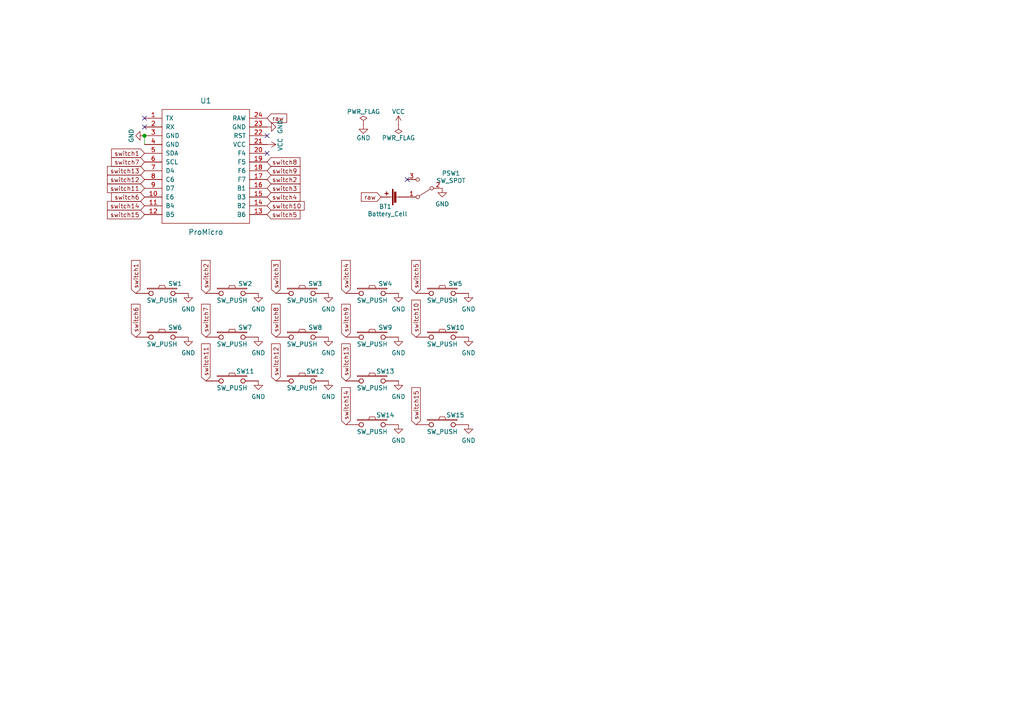
<source format=kicad_sch>
(kicad_sch (version 20211123) (generator eeschema)
  (paper "A4")
  (title_block (title "catskull") (date "2022-01-03") (rev "0.1") (company "<3"))
  (lib_symbols
    (symbol "Device:Battery_Cell" (pin_numbers hide) (pin_names (offset 0) hide)
      (property "Reference" "BT" (at 2.54 2.54 0))
      (property "Value" "Battery_Cell" (at 2.54 0 0))
      (symbol "Battery_Cell_0_1"
        (rectangle (start -2.286 1.778) (end 2.286 1.524) (fill (type outline)))
        (rectangle (start -1.5748 1.1938) (end 1.4732 0.6858) (fill (type outline)))
        (polyline (pts (xy 0 0.762) (xy 0 0)))
        (polyline (pts (xy 0 1.778) (xy 0 2.54)))
        (polyline (pts (xy 0.508 3.429) (xy 1.524 3.429)) (stroke (width 0.254)))
        (polyline (pts (xy 1.016 3.937) (xy 1.016 2.921)) (stroke (width 0.254)))
      )
      (symbol "Battery_Cell_1_1"
        (pin passive line (at 0 5.08 270) (length 2.54) (name "+") (number "1"))
        (pin passive line (at 0 -2.54 90) (length 2.54) (name "-") (number "2"))
      )
    )
    (symbol "Switch:SW_SPDT" (pin_names (offset 0) hide)
      (property "Reference" "SW" (at 0 4.318 0))
      (property "Value" "SW_SPDT" (at 0 -5.08 0))
      (symbol "SW_SPDT_0_0"
        (circle (center -2.032 0) (radius 0.508))
        (circle (center 2.032 -2.54) (radius 0.508))
      )
      (symbol "SW_SPDT_0_1"
        (polyline (pts (xy -1.524 0.254) (xy 1.651 2.286)))
        (circle (center 2.032 2.54) (radius 0.508))
      )
      (symbol "SW_SPDT_1_1"
        (pin passive line (at 5.08 2.54 180) (length 2.54) (name "A") (number "1"))
        (pin passive line (at -5.08 0 0) (length 2.54) (name "B") (number "2"))
        (pin passive line (at 5.08 -2.54 180) (length 2.54) (name "C") (number "3"))
      )
    )
    (symbol "bugs:ProMicro-kbd" (pin_names (offset 1.016))
      (property "Reference" "U" (at 0 24.13 0))
      (property "Value" "ProMicro-kbd" (at 0 -13.97 0))
      (symbol "ProMicro-kbd_0_1"
        (rectangle (start -12.7 21.59) (end 12.7 -11.43))
      )
      (symbol "ProMicro-kbd_1_1"
        (pin bidirectional line (at -17.78 19.05 0) (length 5.08) (name "TX") (number "1"))
        (pin bidirectional line (at -17.78 -3.81 0) (length 5.08) (name "E6") (number "10"))
        (pin bidirectional line (at -17.78 -6.35 0) (length 5.08) (name "B4") (number "11"))
        (pin bidirectional line (at -17.78 -8.89 0) (length 5.08) (name "B5") (number "12"))
        (pin bidirectional line (at 17.78 -8.89 180) (length 5.08) (name "B6") (number "13"))
        (pin bidirectional line (at 17.78 -6.35 180) (length 5.08) (name "B2") (number "14"))
        (pin bidirectional line (at 17.78 -3.81 180) (length 5.08) (name "B3") (number "15"))
        (pin bidirectional line (at 17.78 -1.27 180) (length 5.08) (name "B1") (number "16"))
        (pin bidirectional line (at 17.78 1.27 180) (length 5.08) (name "F7") (number "17"))
        (pin bidirectional line (at 17.78 3.81 180) (length 5.08) (name "F6") (number "18"))
        (pin bidirectional line (at 17.78 6.35 180) (length 5.08) (name "F5") (number "19"))
        (pin bidirectional line (at -17.78 16.51 0) (length 5.08) (name "RX") (number "2"))
        (pin bidirectional line (at 17.78 8.89 180) (length 5.08) (name "F4") (number "20"))
        (pin power_in line (at 17.78 11.43 180) (length 5.08) (name "VCC") (number "21"))
        (pin input line (at 17.78 13.97 180) (length 5.08) (name "RST") (number "22"))
        (pin power_in line (at 17.78 16.51 180) (length 5.08) (name "GND") (number "23"))
        (pin power_out line (at 17.78 19.05 180) (length 5.08) (name "RAW") (number "24"))
        (pin power_in line (at -17.78 13.97 0) (length 5.08) (name "GND") (number "3"))
        (pin power_in line (at -17.78 11.43 0) (length 5.08) (name "GND") (number "4"))
        (pin bidirectional line (at -17.78 8.89 0) (length 5.08) (name "SDA") (number "5"))
        (pin bidirectional line (at -17.78 6.35 0) (length 5.08) (name "SCL") (number "6"))
        (pin bidirectional line (at -17.78 3.81 0) (length 5.08) (name "D4") (number "7"))
        (pin bidirectional line (at -17.78 1.27 0) (length 5.08) (name "C6") (number "8"))
        (pin bidirectional line (at -17.78 -1.27 0) (length 5.08) (name "D7") (number "9"))
      )
    )
    (symbol "bugs:SW_PUSH-kbd" (pin_numbers hide) (pin_names (offset 1.016) hide)
      (property "Reference" "SW" (at 3.81 2.794 0))
      (property "Value" "SW_PUSH-kbd" (at 0 -2.032 0))
      (symbol "SW_PUSH-kbd_0_1"
        (rectangle (start -4.318 1.27) (end 4.318 1.524))
        (polyline (pts (xy -1.016 1.524) (xy -0.762 2.286) (xy 0.762 2.286) (xy 1.016 1.524)))
        (pin passive inverted (at -7.62 0 0) (length 5.08) (name "1") (number "1"))
        (pin passive inverted (at 7.62 0 180) (length 5.08) (name "2") (number "2"))
      )
    )
    (symbol "knott:SW_PUSH-kbd" (pin_numbers hide) (pin_names (offset 1.016) hide)
      (property "Reference" "SW" (at 3.81 2.794 0))
      (property "Value" "SW_PUSH-kbd" (at 0 -2.032 0))
      (symbol "SW_PUSH-kbd_0_1"
        (rectangle (start -4.318 1.27) (end 4.318 1.524))
        (polyline (pts (xy -1.016 1.524) (xy -0.762 2.286) (xy 0.762 2.286) (xy 1.016 1.524)))
        (pin passive inverted (at -7.62 0 0) (length 5.08) (name "1") (number "1"))
        (pin passive inverted (at 7.62 0 180) (length 5.08) (name "2") (number "2"))
      )
    )
    (symbol "power:GND" (power) (pin_names (offset 0))
      (property "Value" "GND" (at 0 -3.81 0))
      (symbol "GND_0_1"
        (polyline (pts (xy 0 0) (xy 0 -1.27) (xy 1.27 -1.27) (xy 0 -2.54) (xy -1.27 -1.27) (xy 0 -1.27)))
      )
      (symbol "GND_1_1"
        (pin power_in line (at 0 0 270) (length 0) hide (name "GND") (number "1"))
      )
    )
    (symbol "power:PWR_FLAG" (power) (pin_numbers hide) (pin_names (offset 0) hide)
      (property "Value" "PWR_FLAG" (at 0 3.81 0))
      (symbol "PWR_FLAG_0_0"
        (pin power_out line (at 0 0 90) (length 0) (name "pwr") (number "1"))
      )
      (symbol "PWR_FLAG_0_1"
        (polyline (pts (xy 0 0) (xy 0 1.27) (xy -1.016 1.905) (xy 0 2.54) (xy 1.016 1.905) (xy 0 1.27)))
      )
    )
    (symbol "power:VCC" (power) (pin_names (offset 0))
      (property "Value" "VCC" (at 0 3.81 0))
      (symbol "VCC_0_1"
        (polyline (pts (xy -0.762 1.27) (xy 0 2.54)))
        (polyline (pts (xy 0 0) (xy 0 2.54)))
        (polyline (pts (xy 0 2.54) (xy 0.762 1.27)))
      )
      (symbol "VCC_1_1"
        (pin power_in line (at 0 0 90) (length 0) hide (name "VCC") (number "1"))
      )
    )
  )
  (junction (at 41.91 39.37) (diameter 1.016))
  (no_connect (at 118.11 52.07))
  (no_connect (at 41.91 34.29))
  (no_connect (at 41.91 36.83))
  (no_connect (at 77.47 44.45))
  (no_connect (at 77.47 39.37))
  (wire (pts (xy 41.91 39.37) (xy 41.91 41.91)))
  (global_label "switch4" (shape input) (at 77.47 57.15 0) (property "Intersheet References" "${INTERSHEET_REFS}" (effects hide)))
  (global_label "switch11" (shape input) (at 59.69 110.49 90) (property "Intersheet References" "${INTERSHEET_REFS}" (effects hide)))
  (global_label "switch5" (shape input) (at 77.47 62.23 0) (property "Intersheet References" "${INTERSHEET_REFS}" (effects hide)))
  (global_label "switch12" (shape input) (at 41.91 52.07 180) (property "Intersheet References" "${INTERSHEET_REFS}" (effects hide)))
  (global_label "switch11" (shape input) (at 41.91 54.61 180) (property "Intersheet References" "${INTERSHEET_REFS}" (effects hide)))
  (global_label "switch12" (shape input) (at 80.01 110.49 90) (property "Intersheet References" "${INTERSHEET_REFS}" (effects hide)))
  (global_label "switch13" (shape input) (at 100.33 110.49 90) (property "Intersheet References" "${INTERSHEET_REFS}" (effects hide)))
  (global_label "switch7" (shape input) (at 59.69 97.79 90) (property "Intersheet References" "${INTERSHEET_REFS}" (effects hide)))
  (global_label "switch10" (shape input) (at 77.47 59.69 0) (property "Intersheet References" "${INTERSHEET_REFS}" (effects hide)))
  (global_label "raw" (shape input) (at 77.47 34.29 0) (property "Intersheet References" "${INTERSHEET_REFS}" (effects hide)))
  (global_label "switch7" (shape input) (at 41.91 46.99 180) (property "Intersheet References" "${INTERSHEET_REFS}" (effects hide)))
  (global_label "switch13" (shape input) (at 41.91 49.53 180) (property "Intersheet References" "${INTERSHEET_REFS}" (effects hide)))
  (global_label "switch15" (shape input) (at 41.91 62.23 180) (property "Intersheet References" "${INTERSHEET_REFS}" (effects hide)))
  (global_label "switch9" (shape input) (at 100.33 97.79 90) (property "Intersheet References" "${INTERSHEET_REFS}" (effects hide)))
  (global_label "switch14" (shape input) (at 41.91 59.69 180) (property "Intersheet References" "${INTERSHEET_REFS}" (effects hide)))
  (global_label "switch1" (shape input) (at 39.37 85.09 90) (property "Intersheet References" "${INTERSHEET_REFS}" (effects hide)))
  (global_label "switch14" (shape input) (at 100.33 123.19 90) (property "Intersheet References" "${INTERSHEET_REFS}" (effects hide)))
  (global_label "switch15" (shape input) (at 120.65 123.19 90) (property "Intersheet References" "${INTERSHEET_REFS}" (effects hide)))
  (global_label "switch3" (shape input) (at 80.01 85.09 90) (property "Intersheet References" "${INTERSHEET_REFS}" (effects hide)))
  (global_label "raw" (shape input) (at 110.49 57.15 180) (property "Intersheet References" "${INTERSHEET_REFS}" (effects hide)))
  (global_label "switch9" (shape input) (at 77.47 49.53 0) (property "Intersheet References" "${INTERSHEET_REFS}" (effects hide)))
  (global_label "switch8" (shape input) (at 80.01 97.79 90) (property "Intersheet References" "${INTERSHEET_REFS}" (effects hide)))
  (global_label "switch5" (shape input) (at 120.65 85.09 90) (property "Intersheet References" "${INTERSHEET_REFS}" (effects hide)))
  (global_label "switch3" (shape input) (at 77.47 54.61 0) (property "Intersheet References" "${INTERSHEET_REFS}" (effects hide)))
  (global_label "switch8" (shape input) (at 77.47 46.99 0) (property "Intersheet References" "${INTERSHEET_REFS}" (effects hide)))
  (global_label "switch2" (shape input) (at 59.69 85.09 90) (property "Intersheet References" "${INTERSHEET_REFS}" (effects hide)))
  (global_label "switch6" (shape input) (at 39.37 97.79 90) (property "Intersheet References" "${INTERSHEET_REFS}" (effects hide)))
  (global_label "switch1" (shape input) (at 41.91 44.45 180) (property "Intersheet References" "${INTERSHEET_REFS}" (effects hide)))
  (global_label "switch6" (shape input) (at 41.91 57.15 180) (property "Intersheet References" "${INTERSHEET_REFS}" (effects hide)))
  (global_label "switch4" (shape input) (at 100.33 85.09 90) (property "Intersheet References" "${INTERSHEET_REFS}" (effects hide)))
  (global_label "switch10" (shape input) (at 120.65 97.79 90) (property "Intersheet References" "${INTERSHEET_REFS}" (effects hide)))
  (global_label "switch2" (shape input) (at 77.47 52.07 0) (property "Intersheet References" "${INTERSHEET_REFS}" (effects hide)))
  (symbol (lib_id "bugs:ProMicro-kbd") (at 59.69 53.34 0) (unit 1)
    (property "Reference" "U1" (at 59.69 29.21 0) (effects (font (size 1.524 1.524))))
    (property "Value" "ProMicro" (at 59.69 67.31 0) (effects (font (size 1.524 1.524))))
    (property "Footprint" "bugs:ProMicro_jumpers" (effects hide))
  )
  (symbol (lib_id "bugs:SW_PUSH-kbd") (at 46.99 85.09 0) (unit 1)
    (property "Reference" "SW1" (at 50.8 82.296 0))
    (property "Value" "SW_PUSH" (at 46.99 87.122 0))
    (property "Footprint" "bugs:Choc_reversible" (effects hide))
  )
  (symbol (lib_id "knott:SW_PUSH-kbd") (at 67.31 85.09 0) (unit 1)
    (property "Reference" "SW2" (at 71.12 82.296 0))
    (property "Value" "SW_PUSH" (at 67.31 87.122 0))
    (property "Footprint" "bugs:Choc_reversible" (effects hide))
  )
  (symbol (lib_id "knott:SW_PUSH-kbd") (at 87.63 85.09 0) (unit 1)
    (property "Reference" "SW3" (at 91.44 82.296 0))
    (property "Value" "SW_PUSH" (at 87.63 87.122 0))
    (property "Footprint" "bugs:Choc_reversible" (effects hide))
  )
  (symbol (lib_id "knott:SW_PUSH-kbd") (at 107.95 85.09 0) (unit 1)
    (property "Reference" "SW4" (at 111.76 82.296 0))
    (property "Value" "SW_PUSH" (at 107.95 87.122 0))
    (property "Footprint" "bugs:Choc_reversible" (effects hide))
  )
  (symbol (lib_id "knott:SW_PUSH-kbd") (at 128.27 85.09 0) (unit 1)
    (property "Reference" "SW5" (at 132.08 82.296 0))
    (property "Value" "SW_PUSH" (at 128.27 87.122 0))
    (property "Footprint" "bugs:Choc_reversible" (effects hide))
  )
  (symbol (lib_id "knott:SW_PUSH-kbd") (at 46.99 97.79 0) (unit 1)
    (property "Reference" "SW6" (at 50.8 94.996 0))
    (property "Value" "SW_PUSH" (at 46.99 99.822 0))
    (property "Footprint" "bugs:Choc_reversible" (effects hide))
  )
  (symbol (lib_id "knott:SW_PUSH-kbd") (at 67.31 97.79 0) (unit 1)
    (property "Reference" "SW7" (at 71.12 94.996 0))
    (property "Value" "SW_PUSH" (at 67.31 99.822 0))
    (property "Footprint" "bugs:Choc_reversible" (effects hide))
  )
  (symbol (lib_id "knott:SW_PUSH-kbd") (at 87.63 97.79 0) (unit 1)
    (property "Reference" "SW8" (at 91.44 94.996 0))
    (property "Value" "SW_PUSH" (at 87.63 99.822 0))
    (property "Footprint" "bugs:Choc_reversible" (effects hide))
  )
  (symbol (lib_id "knott:SW_PUSH-kbd") (at 107.95 97.79 0) (unit 1)
    (property "Reference" "SW9" (at 111.76 94.996 0))
    (property "Value" "SW_PUSH" (at 107.95 99.822 0))
    (property "Footprint" "bugs:Choc_reversible" (effects hide))
  )
  (symbol (lib_id "knott:SW_PUSH-kbd") (at 128.27 97.79 0) (unit 1)
    (property "Reference" "SW10" (at 132.08 94.996 0))
    (property "Value" "SW_PUSH" (at 128.27 99.822 0))
    (property "Footprint" "bugs:Choc_reversible" (effects hide))
  )
  (symbol (lib_id "knott:SW_PUSH-kbd") (at 67.31 110.49 0) (unit 1)
    (property "Reference" "SW11" (at 71.12 107.696 0))
    (property "Value" "SW_PUSH" (at 67.31 112.522 0))
    (property "Footprint" "bugs:Choc_reversible" (effects hide))
  )
  (symbol (lib_id "knott:SW_PUSH-kbd") (at 87.63 110.49 0) (unit 1)
    (property "Reference" "SW12" (at 91.44 107.696 0))
    (property "Value" "SW_PUSH" (at 87.63 112.522 0))
    (property "Footprint" "bugs:Choc_reversible" (effects hide))
  )
  (symbol (lib_id "knott:SW_PUSH-kbd") (at 107.95 110.49 0) (unit 1)
    (property "Reference" "SW13" (at 111.76 107.696 0))
    (property "Value" "SW_PUSH" (at 107.95 112.522 0))
    (property "Footprint" "bugs:Choc_reversible" (effects hide))
  )
  (symbol (lib_id "knott:SW_PUSH-kbd") (at 107.95 123.19 0) (unit 1)
    (property "Reference" "SW14" (at 111.76 120.396 0))
    (property "Value" "SW_PUSH" (at 107.95 125.222 0))
    (property "Footprint" "bugs:Choc_reversible" (effects hide))
  )
  (symbol (lib_id "knott:SW_PUSH-kbd") (at 128.27 123.19 0) (unit 1)
    (property "Reference" "SW15" (at 132.08 120.396 0))
    (property "Value" "SW_PUSH" (at 128.27 125.222 0))
    (property "Footprint" "bugs:Choc_reversible" (effects hide))
  )
  (symbol (lib_id "power:GND") (at 77.47 36.83 90) (unit 1)
    (property "Reference" "#PWR01" (effects hide))
    (property "Value" "GND" (at 81.28 36.83 0))
  )
  (symbol (lib_id "power:VCC") (at 77.47 41.91 270) (unit 1)
    (property "Reference" "#PWR023" (effects hide))
    (property "Value" "VCC" (at 81.28 41.91 0))
  )
  (symbol (lib_id "power:GND") (at 41.91 39.37 270) (unit 1)
    (property "Reference" "#PWR02" (effects hide))
    (property "Value" "GND" (at 38.1 39.37 0))
  )
  (symbol (lib_id "power:GND") (at 105.41 36.195 0) (unit 1)
    (property "Reference" "#PWR03" (effects hide))
    (property "Value" "GND" (at 105.41 40.005 0))
  )
  (symbol (lib_id "power:VCC") (at 115.57 36.195 0) (unit 1)
    (property "Reference" "#PWR04" (effects hide))
    (property "Value" "VCC" (at 115.57 32.385 0))
  )
  (symbol (lib_id "power:PWR_FLAG") (at 115.57 36.195 180) (unit 1)
    (property "Reference" "#FLG05" (effects hide))
    (property "Value" "PWR_FLAG" (at 115.57 40.005 0))
  )
  (symbol (lib_id "power:PWR_FLAG") (at 105.41 36.195 0) (unit 1)
    (property "Reference" "#FLG06" (effects hide))
    (property "Value" "PWR_FLAG" (at 105.41 32.385 0))
  )
  (symbol (lib_id "Switch:SW_SPDT") (at 123.19 54.61 180) (unit 1)
    (property "Reference" "PSW1" (at 130.81 50.2624 0))
    (property "Value" "SW_SPDT" (at 130.81 52.4025 0))
    (property "Footprint" "bugs:Power_reversible" (effects hide))
  )
  (symbol (lib_id "power:GND") (at 115.57 123.19 0) (unit 1)
    (property "Reference" "#PWR0112" (effects hide))
    (property "Value" "GND" (at 115.57 127.7526 0))
  )
  (symbol (lib_id "power:GND") (at 74.93 97.79 0) (unit 1)
    (property "Reference" "#PWR0103" (effects hide))
    (property "Value" "GND" (at 74.93 102.3526 0))
  )
  (symbol (lib_id "power:GND") (at 135.89 123.19 0) (unit 1)
    (property "Reference" "#PWR0113" (effects hide))
    (property "Value" "GND" (at 135.89 127.7526 0))
  )
  (symbol (lib_id "power:GND") (at 115.57 110.49 0) (unit 1)
    (property "Reference" "#PWR0115" (effects hide))
    (property "Value" "GND" (at 115.57 115.0526 0))
  )
  (symbol (lib_id "power:GND") (at 95.25 97.79 0) (unit 1)
    (property "Reference" "#PWR0117" (effects hide))
    (property "Value" "GND" (at 95.25 102.3526 0))
  )
  (symbol (lib_id "power:GND") (at 54.61 85.09 0) (unit 1)
    (property "Reference" "#PWR0105" (effects hide))
    (property "Value" "GND" (at 54.61 89.6526 0))
  )
  (symbol (lib_id "power:GND") (at 95.25 110.49 0) (unit 1)
    (property "Reference" "#PWR0116" (effects hide))
    (property "Value" "GND" (at 95.25 115.0526 0))
  )
  (symbol (lib_id "power:GND") (at 128.27 54.61 0) (unit 1)
    (property "Reference" "#PWR0101" (effects hide))
    (property "Value" "GND" (at 128.27 59.1726 0))
  )
  (symbol (lib_id "power:GND") (at 54.61 97.79 0) (unit 1)
    (property "Reference" "#PWR0107" (effects hide))
    (property "Value" "GND" (at 54.61 102.3526 0))
  )
  (symbol (lib_id "power:GND") (at 115.57 97.79 0) (unit 1)
    (property "Reference" "#PWR0109" (effects hide))
    (property "Value" "GND" (at 115.57 102.3526 0))
  )
  (symbol (lib_id "power:GND") (at 74.93 110.49 0) (unit 1)
    (property "Reference" "#PWR0102" (effects hide))
    (property "Value" "GND" (at 74.93 115.0526 0))
  )
  (symbol (lib_id "power:GND") (at 74.93 85.09 0) (unit 1)
    (property "Reference" "#PWR0104" (effects hide))
    (property "Value" "GND" (at 74.93 89.6526 0))
  )
  (symbol (lib_id "power:GND") (at 115.57 85.09 0) (unit 1)
    (property "Reference" "#PWR0108" (effects hide))
    (property "Value" "GND" (at 115.57 89.6526 0))
  )
  (symbol (lib_id "Device:Battery_Cell") (at 115.57 57.15 90) (unit 1)
    (property "Reference" "BT1" (at 111.76 59.9144 90))
    (property "Value" "Battery_Cell" (at 112.395 62.0545 90))
    (property "Footprint" "bugs:Battery_pads_reversible" (effects hide))
  )
  (symbol (lib_id "power:GND") (at 135.89 85.09 0) (unit 1)
    (property "Reference" "#PWR0110" (effects hide))
    (property "Value" "GND" (at 135.89 89.6526 0))
  )
  (symbol (lib_id "power:GND") (at 95.25 85.09 0) (unit 1)
    (property "Reference" "#PWR0114" (effects hide))
    (property "Value" "GND" (at 95.25 89.6526 0))
  )
  (symbol (lib_id "power:GND") (at 135.89 97.79 0) (unit 1)
    (property "Reference" "#PWR0111" (effects hide))
    (property "Value" "GND" (at 135.89 102.3526 0))
  )
)
</source>
